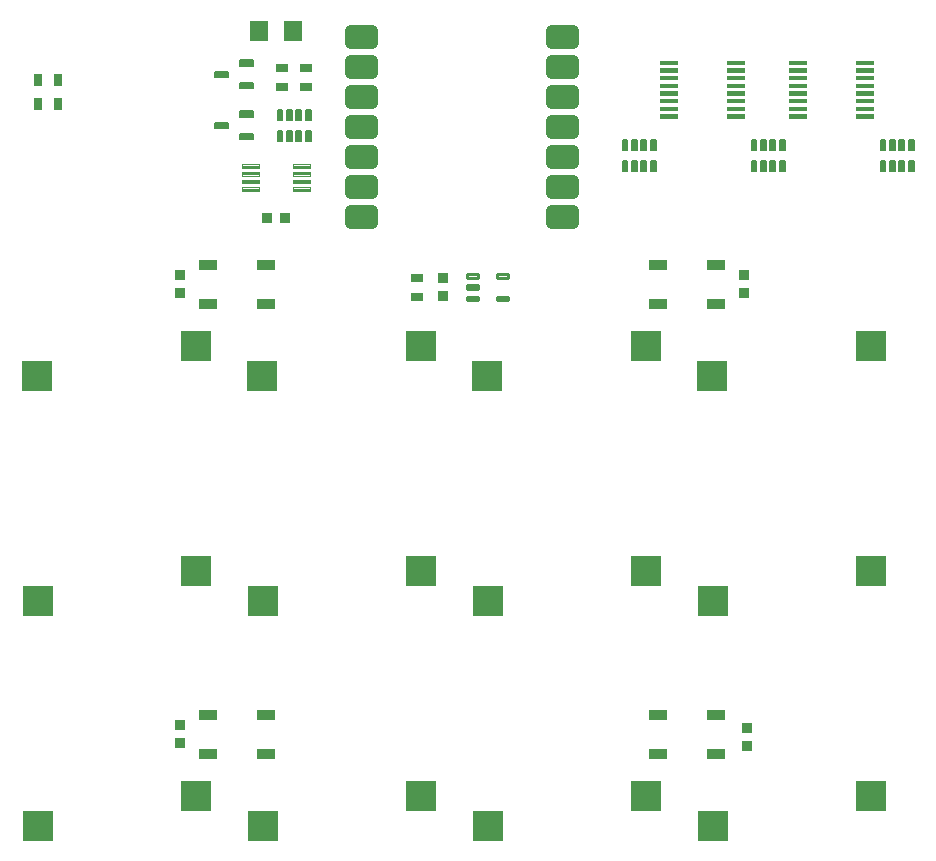
<source format=gbr>
G04 EAGLE Gerber RS-274X export*
G75*
%MOMM*%
%FSLAX34Y34*%
%LPD*%
%INSolderpaste Bottom*%
%IPPOS*%
%AMOC8*
5,1,8,0,0,1.08239X$1,22.5*%
G01*
G04 Define Apertures*
%ADD10R,0.970200X0.920900*%
%ADD11R,0.920900X0.970200*%
%ADD12R,1.500000X0.900000*%
%ADD13C,0.150000*%
%ADD14R,0.798700X0.973900*%
%ADD15R,0.973900X0.798700*%
%ADD16C,0.132500*%
%ADD17R,2.550000X2.500000*%
%ADD18C,1.000000*%
%ADD19C,0.095250*%
%ADD20C,0.104775*%
%ADD21C,0.295000*%
%ADD22R,1.600000X1.800000*%
D10*
X238760Y190374D03*
X238760Y205866D03*
X-238760Y205866D03*
X-238760Y190374D03*
X241300Y-193166D03*
X241300Y-177674D03*
X-238760Y-175134D03*
X-238760Y-190626D03*
D11*
X-165226Y254000D03*
X-149734Y254000D03*
D10*
X-16427Y203326D03*
X-16427Y187834D03*
D12*
X166000Y181620D03*
X166000Y214620D03*
X215000Y181620D03*
X215000Y214620D03*
X-215000Y181620D03*
X-215000Y214620D03*
X-166000Y181620D03*
X-166000Y214620D03*
X-215000Y-199380D03*
X-215000Y-166380D03*
X-166000Y-199380D03*
X-166000Y-166380D03*
X166000Y-199380D03*
X166000Y-166380D03*
X215000Y-199380D03*
X215000Y-166380D03*
D13*
X-177040Y387670D02*
X-187840Y387670D01*
X-177040Y387670D02*
X-177040Y383170D01*
X-187840Y383170D01*
X-187840Y387670D01*
X-187840Y384595D02*
X-177040Y384595D01*
X-177040Y386020D02*
X-187840Y386020D01*
X-187840Y387445D02*
X-177040Y387445D01*
X-198240Y378170D02*
X-209040Y378170D01*
X-198240Y378170D02*
X-198240Y373670D01*
X-209040Y373670D01*
X-209040Y378170D01*
X-209040Y375095D02*
X-198240Y375095D01*
X-198240Y376520D02*
X-209040Y376520D01*
X-209040Y377945D02*
X-198240Y377945D01*
X-187840Y368670D02*
X-177040Y368670D01*
X-177040Y364170D01*
X-187840Y364170D01*
X-187840Y368670D01*
X-187840Y365595D02*
X-177040Y365595D01*
X-177040Y367020D02*
X-187840Y367020D01*
X-187840Y368445D02*
X-177040Y368445D01*
X-177040Y344490D02*
X-187840Y344490D01*
X-177040Y344490D02*
X-177040Y339990D01*
X-187840Y339990D01*
X-187840Y344490D01*
X-187840Y341415D02*
X-177040Y341415D01*
X-177040Y342840D02*
X-187840Y342840D01*
X-187840Y344265D02*
X-177040Y344265D01*
X-198240Y334990D02*
X-209040Y334990D01*
X-198240Y334990D02*
X-198240Y330490D01*
X-209040Y330490D01*
X-209040Y334990D01*
X-209040Y331915D02*
X-198240Y331915D01*
X-198240Y333340D02*
X-209040Y333340D01*
X-209040Y334765D02*
X-198240Y334765D01*
X-187840Y325490D02*
X-177040Y325490D01*
X-177040Y320990D01*
X-187840Y320990D01*
X-187840Y325490D01*
X-187840Y322415D02*
X-177040Y322415D01*
X-177040Y323840D02*
X-187840Y323840D01*
X-187840Y325265D02*
X-177040Y325265D01*
D14*
X-342368Y370840D03*
X-358672Y370840D03*
X-342368Y350520D03*
X-358672Y350520D03*
D15*
X-152400Y365228D03*
X-152400Y381532D03*
X-132080Y365228D03*
X-132080Y381532D03*
D16*
X245092Y320278D02*
X245092Y311902D01*
X245092Y320278D02*
X249068Y320278D01*
X249068Y311902D01*
X245092Y311902D01*
X245092Y313161D02*
X249068Y313161D01*
X249068Y314420D02*
X245092Y314420D01*
X245092Y315679D02*
X249068Y315679D01*
X249068Y316938D02*
X245092Y316938D01*
X245092Y318197D02*
X249068Y318197D01*
X249068Y319456D02*
X245092Y319456D01*
X253092Y320278D02*
X253092Y311902D01*
X253092Y320278D02*
X257068Y320278D01*
X257068Y311902D01*
X253092Y311902D01*
X253092Y313161D02*
X257068Y313161D01*
X257068Y314420D02*
X253092Y314420D01*
X253092Y315679D02*
X257068Y315679D01*
X257068Y316938D02*
X253092Y316938D01*
X253092Y318197D02*
X257068Y318197D01*
X257068Y319456D02*
X253092Y319456D01*
X261092Y320278D02*
X261092Y311902D01*
X261092Y320278D02*
X265068Y320278D01*
X265068Y311902D01*
X261092Y311902D01*
X261092Y313161D02*
X265068Y313161D01*
X265068Y314420D02*
X261092Y314420D01*
X261092Y315679D02*
X265068Y315679D01*
X265068Y316938D02*
X261092Y316938D01*
X261092Y318197D02*
X265068Y318197D01*
X265068Y319456D02*
X261092Y319456D01*
X269092Y320278D02*
X269092Y311902D01*
X269092Y320278D02*
X273068Y320278D01*
X273068Y311902D01*
X269092Y311902D01*
X269092Y313161D02*
X273068Y313161D01*
X273068Y314420D02*
X269092Y314420D01*
X269092Y315679D02*
X273068Y315679D01*
X273068Y316938D02*
X269092Y316938D01*
X269092Y318197D02*
X273068Y318197D01*
X273068Y319456D02*
X269092Y319456D01*
X273068Y302778D02*
X273068Y294402D01*
X269092Y294402D01*
X269092Y302778D01*
X273068Y302778D01*
X273068Y295661D02*
X269092Y295661D01*
X269092Y296920D02*
X273068Y296920D01*
X273068Y298179D02*
X269092Y298179D01*
X269092Y299438D02*
X273068Y299438D01*
X273068Y300697D02*
X269092Y300697D01*
X269092Y301956D02*
X273068Y301956D01*
X265068Y302778D02*
X265068Y294402D01*
X261092Y294402D01*
X261092Y302778D01*
X265068Y302778D01*
X265068Y295661D02*
X261092Y295661D01*
X261092Y296920D02*
X265068Y296920D01*
X265068Y298179D02*
X261092Y298179D01*
X261092Y299438D02*
X265068Y299438D01*
X265068Y300697D02*
X261092Y300697D01*
X261092Y301956D02*
X265068Y301956D01*
X257068Y302778D02*
X257068Y294402D01*
X253092Y294402D01*
X253092Y302778D01*
X257068Y302778D01*
X257068Y295661D02*
X253092Y295661D01*
X253092Y296920D02*
X257068Y296920D01*
X257068Y298179D02*
X253092Y298179D01*
X253092Y299438D02*
X257068Y299438D01*
X257068Y300697D02*
X253092Y300697D01*
X253092Y301956D02*
X257068Y301956D01*
X249068Y302778D02*
X249068Y294402D01*
X245092Y294402D01*
X245092Y302778D01*
X249068Y302778D01*
X249068Y295661D02*
X245092Y295661D01*
X245092Y296920D02*
X249068Y296920D01*
X249068Y298179D02*
X245092Y298179D01*
X245092Y299438D02*
X249068Y299438D01*
X249068Y300697D02*
X245092Y300697D01*
X245092Y301956D02*
X249068Y301956D01*
X135872Y311902D02*
X135872Y320278D01*
X139848Y320278D01*
X139848Y311902D01*
X135872Y311902D01*
X135872Y313161D02*
X139848Y313161D01*
X139848Y314420D02*
X135872Y314420D01*
X135872Y315679D02*
X139848Y315679D01*
X139848Y316938D02*
X135872Y316938D01*
X135872Y318197D02*
X139848Y318197D01*
X139848Y319456D02*
X135872Y319456D01*
X143872Y320278D02*
X143872Y311902D01*
X143872Y320278D02*
X147848Y320278D01*
X147848Y311902D01*
X143872Y311902D01*
X143872Y313161D02*
X147848Y313161D01*
X147848Y314420D02*
X143872Y314420D01*
X143872Y315679D02*
X147848Y315679D01*
X147848Y316938D02*
X143872Y316938D01*
X143872Y318197D02*
X147848Y318197D01*
X147848Y319456D02*
X143872Y319456D01*
X151872Y320278D02*
X151872Y311902D01*
X151872Y320278D02*
X155848Y320278D01*
X155848Y311902D01*
X151872Y311902D01*
X151872Y313161D02*
X155848Y313161D01*
X155848Y314420D02*
X151872Y314420D01*
X151872Y315679D02*
X155848Y315679D01*
X155848Y316938D02*
X151872Y316938D01*
X151872Y318197D02*
X155848Y318197D01*
X155848Y319456D02*
X151872Y319456D01*
X159872Y320278D02*
X159872Y311902D01*
X159872Y320278D02*
X163848Y320278D01*
X163848Y311902D01*
X159872Y311902D01*
X159872Y313161D02*
X163848Y313161D01*
X163848Y314420D02*
X159872Y314420D01*
X159872Y315679D02*
X163848Y315679D01*
X163848Y316938D02*
X159872Y316938D01*
X159872Y318197D02*
X163848Y318197D01*
X163848Y319456D02*
X159872Y319456D01*
X163848Y302778D02*
X163848Y294402D01*
X159872Y294402D01*
X159872Y302778D01*
X163848Y302778D01*
X163848Y295661D02*
X159872Y295661D01*
X159872Y296920D02*
X163848Y296920D01*
X163848Y298179D02*
X159872Y298179D01*
X159872Y299438D02*
X163848Y299438D01*
X163848Y300697D02*
X159872Y300697D01*
X159872Y301956D02*
X163848Y301956D01*
X155848Y302778D02*
X155848Y294402D01*
X151872Y294402D01*
X151872Y302778D01*
X155848Y302778D01*
X155848Y295661D02*
X151872Y295661D01*
X151872Y296920D02*
X155848Y296920D01*
X155848Y298179D02*
X151872Y298179D01*
X151872Y299438D02*
X155848Y299438D01*
X155848Y300697D02*
X151872Y300697D01*
X151872Y301956D02*
X155848Y301956D01*
X147848Y302778D02*
X147848Y294402D01*
X143872Y294402D01*
X143872Y302778D01*
X147848Y302778D01*
X147848Y295661D02*
X143872Y295661D01*
X143872Y296920D02*
X147848Y296920D01*
X147848Y298179D02*
X143872Y298179D01*
X143872Y299438D02*
X147848Y299438D01*
X147848Y300697D02*
X143872Y300697D01*
X143872Y301956D02*
X147848Y301956D01*
X139848Y302778D02*
X139848Y294402D01*
X135872Y294402D01*
X135872Y302778D01*
X139848Y302778D01*
X139848Y295661D02*
X135872Y295661D01*
X135872Y296920D02*
X139848Y296920D01*
X139848Y298179D02*
X135872Y298179D01*
X135872Y299438D02*
X139848Y299438D01*
X139848Y300697D02*
X135872Y300697D01*
X135872Y301956D02*
X139848Y301956D01*
X354312Y311902D02*
X354312Y320278D01*
X358288Y320278D01*
X358288Y311902D01*
X354312Y311902D01*
X354312Y313161D02*
X358288Y313161D01*
X358288Y314420D02*
X354312Y314420D01*
X354312Y315679D02*
X358288Y315679D01*
X358288Y316938D02*
X354312Y316938D01*
X354312Y318197D02*
X358288Y318197D01*
X358288Y319456D02*
X354312Y319456D01*
X362312Y320278D02*
X362312Y311902D01*
X362312Y320278D02*
X366288Y320278D01*
X366288Y311902D01*
X362312Y311902D01*
X362312Y313161D02*
X366288Y313161D01*
X366288Y314420D02*
X362312Y314420D01*
X362312Y315679D02*
X366288Y315679D01*
X366288Y316938D02*
X362312Y316938D01*
X362312Y318197D02*
X366288Y318197D01*
X366288Y319456D02*
X362312Y319456D01*
X370312Y320278D02*
X370312Y311902D01*
X370312Y320278D02*
X374288Y320278D01*
X374288Y311902D01*
X370312Y311902D01*
X370312Y313161D02*
X374288Y313161D01*
X374288Y314420D02*
X370312Y314420D01*
X370312Y315679D02*
X374288Y315679D01*
X374288Y316938D02*
X370312Y316938D01*
X370312Y318197D02*
X374288Y318197D01*
X374288Y319456D02*
X370312Y319456D01*
X378312Y320278D02*
X378312Y311902D01*
X378312Y320278D02*
X382288Y320278D01*
X382288Y311902D01*
X378312Y311902D01*
X378312Y313161D02*
X382288Y313161D01*
X382288Y314420D02*
X378312Y314420D01*
X378312Y315679D02*
X382288Y315679D01*
X382288Y316938D02*
X378312Y316938D01*
X378312Y318197D02*
X382288Y318197D01*
X382288Y319456D02*
X378312Y319456D01*
X382288Y302778D02*
X382288Y294402D01*
X378312Y294402D01*
X378312Y302778D01*
X382288Y302778D01*
X382288Y295661D02*
X378312Y295661D01*
X378312Y296920D02*
X382288Y296920D01*
X382288Y298179D02*
X378312Y298179D01*
X378312Y299438D02*
X382288Y299438D01*
X382288Y300697D02*
X378312Y300697D01*
X378312Y301956D02*
X382288Y301956D01*
X374288Y302778D02*
X374288Y294402D01*
X370312Y294402D01*
X370312Y302778D01*
X374288Y302778D01*
X374288Y295661D02*
X370312Y295661D01*
X370312Y296920D02*
X374288Y296920D01*
X374288Y298179D02*
X370312Y298179D01*
X370312Y299438D02*
X374288Y299438D01*
X374288Y300697D02*
X370312Y300697D01*
X370312Y301956D02*
X374288Y301956D01*
X366288Y302778D02*
X366288Y294402D01*
X362312Y294402D01*
X362312Y302778D01*
X366288Y302778D01*
X366288Y295661D02*
X362312Y295661D01*
X362312Y296920D02*
X366288Y296920D01*
X366288Y298179D02*
X362312Y298179D01*
X362312Y299438D02*
X366288Y299438D01*
X366288Y300697D02*
X362312Y300697D01*
X362312Y301956D02*
X366288Y301956D01*
X358288Y302778D02*
X358288Y294402D01*
X354312Y294402D01*
X354312Y302778D01*
X358288Y302778D01*
X358288Y295661D02*
X354312Y295661D01*
X354312Y296920D02*
X358288Y296920D01*
X358288Y298179D02*
X354312Y298179D01*
X354312Y299438D02*
X358288Y299438D01*
X358288Y300697D02*
X354312Y300697D01*
X354312Y301956D02*
X358288Y301956D01*
X-128252Y319802D02*
X-128252Y328178D01*
X-128252Y319802D02*
X-132228Y319802D01*
X-132228Y328178D01*
X-128252Y328178D01*
X-128252Y321061D02*
X-132228Y321061D01*
X-132228Y322320D02*
X-128252Y322320D01*
X-128252Y323579D02*
X-132228Y323579D01*
X-132228Y324838D02*
X-128252Y324838D01*
X-128252Y326097D02*
X-132228Y326097D01*
X-132228Y327356D02*
X-128252Y327356D01*
X-136252Y328178D02*
X-136252Y319802D01*
X-140228Y319802D01*
X-140228Y328178D01*
X-136252Y328178D01*
X-136252Y321061D02*
X-140228Y321061D01*
X-140228Y322320D02*
X-136252Y322320D01*
X-136252Y323579D02*
X-140228Y323579D01*
X-140228Y324838D02*
X-136252Y324838D01*
X-136252Y326097D02*
X-140228Y326097D01*
X-140228Y327356D02*
X-136252Y327356D01*
X-144252Y328178D02*
X-144252Y319802D01*
X-148228Y319802D01*
X-148228Y328178D01*
X-144252Y328178D01*
X-144252Y321061D02*
X-148228Y321061D01*
X-148228Y322320D02*
X-144252Y322320D01*
X-144252Y323579D02*
X-148228Y323579D01*
X-148228Y324838D02*
X-144252Y324838D01*
X-144252Y326097D02*
X-148228Y326097D01*
X-148228Y327356D02*
X-144252Y327356D01*
X-152252Y328178D02*
X-152252Y319802D01*
X-156228Y319802D01*
X-156228Y328178D01*
X-152252Y328178D01*
X-152252Y321061D02*
X-156228Y321061D01*
X-156228Y322320D02*
X-152252Y322320D01*
X-152252Y323579D02*
X-156228Y323579D01*
X-156228Y324838D02*
X-152252Y324838D01*
X-152252Y326097D02*
X-156228Y326097D01*
X-156228Y327356D02*
X-152252Y327356D01*
X-156228Y337302D02*
X-156228Y345678D01*
X-152252Y345678D01*
X-152252Y337302D01*
X-156228Y337302D01*
X-156228Y338561D02*
X-152252Y338561D01*
X-152252Y339820D02*
X-156228Y339820D01*
X-156228Y341079D02*
X-152252Y341079D01*
X-152252Y342338D02*
X-156228Y342338D01*
X-156228Y343597D02*
X-152252Y343597D01*
X-152252Y344856D02*
X-156228Y344856D01*
X-148228Y345678D02*
X-148228Y337302D01*
X-148228Y345678D02*
X-144252Y345678D01*
X-144252Y337302D01*
X-148228Y337302D01*
X-148228Y338561D02*
X-144252Y338561D01*
X-144252Y339820D02*
X-148228Y339820D01*
X-148228Y341079D02*
X-144252Y341079D01*
X-144252Y342338D02*
X-148228Y342338D01*
X-148228Y343597D02*
X-144252Y343597D01*
X-144252Y344856D02*
X-148228Y344856D01*
X-140228Y345678D02*
X-140228Y337302D01*
X-140228Y345678D02*
X-136252Y345678D01*
X-136252Y337302D01*
X-140228Y337302D01*
X-140228Y338561D02*
X-136252Y338561D01*
X-136252Y339820D02*
X-140228Y339820D01*
X-140228Y341079D02*
X-136252Y341079D01*
X-136252Y342338D02*
X-140228Y342338D01*
X-140228Y343597D02*
X-136252Y343597D01*
X-136252Y344856D02*
X-140228Y344856D01*
X-132228Y345678D02*
X-132228Y337302D01*
X-132228Y345678D02*
X-128252Y345678D01*
X-128252Y337302D01*
X-132228Y337302D01*
X-132228Y338561D02*
X-128252Y338561D01*
X-128252Y339820D02*
X-132228Y339820D01*
X-132228Y341079D02*
X-128252Y341079D01*
X-128252Y342338D02*
X-132228Y342338D01*
X-132228Y343597D02*
X-128252Y343597D01*
X-128252Y344856D02*
X-132228Y344856D01*
D17*
X-359350Y-260350D03*
X-224850Y-234950D03*
X-169050Y120650D03*
X-34550Y146050D03*
X21450Y120650D03*
X155950Y146050D03*
X211950Y120650D03*
X346450Y146050D03*
X-168850Y-260350D03*
X-34350Y-234950D03*
X21650Y-260350D03*
X156150Y-234950D03*
X212150Y-260350D03*
X346650Y-234950D03*
X-359350Y-69850D03*
X-224850Y-44450D03*
X-168850Y-69850D03*
X-34350Y-44450D03*
X21650Y-69850D03*
X156150Y-44450D03*
X212150Y-69850D03*
X346650Y-44450D03*
X-359550Y120650D03*
X-225050Y146050D03*
D18*
X76218Y259800D02*
X93718Y259800D01*
X93718Y249800D01*
X76218Y249800D01*
X76218Y259800D01*
X76218Y259300D02*
X93718Y259300D01*
X93718Y285200D02*
X76218Y285200D01*
X93718Y285200D02*
X93718Y275200D01*
X76218Y275200D01*
X76218Y285200D01*
X76218Y284700D02*
X93718Y284700D01*
X93718Y310600D02*
X76218Y310600D01*
X93718Y310600D02*
X93718Y300600D01*
X76218Y300600D01*
X76218Y310600D01*
X76218Y310100D02*
X93718Y310100D01*
X93718Y336000D02*
X76218Y336000D01*
X93718Y336000D02*
X93718Y326000D01*
X76218Y326000D01*
X76218Y336000D01*
X76218Y335500D02*
X93718Y335500D01*
X93718Y361400D02*
X76218Y361400D01*
X93718Y361400D02*
X93718Y351400D01*
X76218Y351400D01*
X76218Y361400D01*
X76218Y360900D02*
X93718Y360900D01*
X93718Y386800D02*
X76218Y386800D01*
X93718Y386800D02*
X93718Y376800D01*
X76218Y376800D01*
X76218Y386800D01*
X76218Y386300D02*
X93718Y386300D01*
X93718Y412200D02*
X76218Y412200D01*
X93718Y412200D02*
X93718Y402200D01*
X76218Y402200D01*
X76218Y412200D01*
X76218Y411700D02*
X93718Y411700D01*
X-76568Y259800D02*
X-94068Y259800D01*
X-76568Y259800D02*
X-76568Y249800D01*
X-94068Y249800D01*
X-94068Y259800D01*
X-94068Y259300D02*
X-76568Y259300D01*
X-76568Y285200D02*
X-94068Y285200D01*
X-76568Y285200D02*
X-76568Y275200D01*
X-94068Y275200D01*
X-94068Y285200D01*
X-94068Y284700D02*
X-76568Y284700D01*
X-76568Y310600D02*
X-94068Y310600D01*
X-76568Y310600D02*
X-76568Y300600D01*
X-94068Y300600D01*
X-94068Y310600D01*
X-94068Y310100D02*
X-76568Y310100D01*
X-76568Y336000D02*
X-94068Y336000D01*
X-76568Y336000D02*
X-76568Y326000D01*
X-94068Y326000D01*
X-94068Y336000D01*
X-94068Y335500D02*
X-76568Y335500D01*
X-76568Y361400D02*
X-94068Y361400D01*
X-76568Y361400D02*
X-76568Y351400D01*
X-94068Y351400D01*
X-94068Y361400D01*
X-94068Y360900D02*
X-76568Y360900D01*
X-76568Y386800D02*
X-94068Y386800D01*
X-76568Y386800D02*
X-76568Y376800D01*
X-94068Y376800D01*
X-94068Y386800D01*
X-94068Y386300D02*
X-76568Y386300D01*
X-76568Y412200D02*
X-94068Y412200D01*
X-76568Y412200D02*
X-76568Y402200D01*
X-94068Y402200D01*
X-94068Y412200D01*
X-94068Y411700D02*
X-76568Y411700D01*
D19*
X224756Y387399D02*
X239044Y387399D01*
X239044Y384541D01*
X224756Y384541D01*
X224756Y387399D01*
X224756Y385446D02*
X239044Y385446D01*
X239044Y386351D02*
X224756Y386351D01*
X224756Y387256D02*
X239044Y387256D01*
X239044Y380899D02*
X224756Y380899D01*
X239044Y380899D02*
X239044Y378041D01*
X224756Y378041D01*
X224756Y380899D01*
X224756Y378946D02*
X239044Y378946D01*
X239044Y379851D02*
X224756Y379851D01*
X224756Y380756D02*
X239044Y380756D01*
X239044Y374399D02*
X224756Y374399D01*
X239044Y374399D02*
X239044Y371541D01*
X224756Y371541D01*
X224756Y374399D01*
X224756Y372446D02*
X239044Y372446D01*
X239044Y373351D02*
X224756Y373351D01*
X224756Y374256D02*
X239044Y374256D01*
X239044Y367899D02*
X224756Y367899D01*
X239044Y367899D02*
X239044Y365041D01*
X224756Y365041D01*
X224756Y367899D01*
X224756Y365946D02*
X239044Y365946D01*
X239044Y366851D02*
X224756Y366851D01*
X224756Y367756D02*
X239044Y367756D01*
X239044Y361399D02*
X224756Y361399D01*
X239044Y361399D02*
X239044Y358541D01*
X224756Y358541D01*
X224756Y361399D01*
X224756Y359446D02*
X239044Y359446D01*
X239044Y360351D02*
X224756Y360351D01*
X224756Y361256D02*
X239044Y361256D01*
X239044Y354899D02*
X224756Y354899D01*
X239044Y354899D02*
X239044Y352041D01*
X224756Y352041D01*
X224756Y354899D01*
X224756Y352946D02*
X239044Y352946D01*
X239044Y353851D02*
X224756Y353851D01*
X224756Y354756D02*
X239044Y354756D01*
X239044Y348399D02*
X224756Y348399D01*
X239044Y348399D02*
X239044Y345541D01*
X224756Y345541D01*
X224756Y348399D01*
X224756Y346446D02*
X239044Y346446D01*
X239044Y347351D02*
X224756Y347351D01*
X224756Y348256D02*
X239044Y348256D01*
X239044Y341899D02*
X224756Y341899D01*
X239044Y341899D02*
X239044Y339041D01*
X224756Y339041D01*
X224756Y341899D01*
X224756Y339946D02*
X239044Y339946D01*
X239044Y340851D02*
X224756Y340851D01*
X224756Y341756D02*
X239044Y341756D01*
X181644Y341899D02*
X167356Y341899D01*
X181644Y341899D02*
X181644Y339041D01*
X167356Y339041D01*
X167356Y341899D01*
X167356Y339946D02*
X181644Y339946D01*
X181644Y340851D02*
X167356Y340851D01*
X167356Y341756D02*
X181644Y341756D01*
X181644Y348399D02*
X167356Y348399D01*
X181644Y348399D02*
X181644Y345541D01*
X167356Y345541D01*
X167356Y348399D01*
X167356Y346446D02*
X181644Y346446D01*
X181644Y347351D02*
X167356Y347351D01*
X167356Y348256D02*
X181644Y348256D01*
X181644Y354899D02*
X167356Y354899D01*
X181644Y354899D02*
X181644Y352041D01*
X167356Y352041D01*
X167356Y354899D01*
X167356Y352946D02*
X181644Y352946D01*
X181644Y353851D02*
X167356Y353851D01*
X167356Y354756D02*
X181644Y354756D01*
X181644Y361399D02*
X167356Y361399D01*
X181644Y361399D02*
X181644Y358541D01*
X167356Y358541D01*
X167356Y361399D01*
X167356Y359446D02*
X181644Y359446D01*
X181644Y360351D02*
X167356Y360351D01*
X167356Y361256D02*
X181644Y361256D01*
X181644Y367899D02*
X167356Y367899D01*
X181644Y367899D02*
X181644Y365041D01*
X167356Y365041D01*
X167356Y367899D01*
X167356Y365946D02*
X181644Y365946D01*
X181644Y366851D02*
X167356Y366851D01*
X167356Y367756D02*
X181644Y367756D01*
X181644Y374399D02*
X167356Y374399D01*
X181644Y374399D02*
X181644Y371541D01*
X167356Y371541D01*
X167356Y374399D01*
X167356Y372446D02*
X181644Y372446D01*
X181644Y373351D02*
X167356Y373351D01*
X167356Y374256D02*
X181644Y374256D01*
X181644Y380899D02*
X167356Y380899D01*
X181644Y380899D02*
X181644Y378041D01*
X167356Y378041D01*
X167356Y380899D01*
X167356Y378946D02*
X181644Y378946D01*
X181644Y379851D02*
X167356Y379851D01*
X167356Y380756D02*
X181644Y380756D01*
X181644Y387399D02*
X167356Y387399D01*
X181644Y387399D02*
X181644Y384541D01*
X167356Y384541D01*
X167356Y387399D01*
X167356Y385446D02*
X181644Y385446D01*
X181644Y386351D02*
X167356Y386351D01*
X167356Y387256D02*
X181644Y387256D01*
X333976Y387399D02*
X348264Y387399D01*
X348264Y384541D01*
X333976Y384541D01*
X333976Y387399D01*
X333976Y385446D02*
X348264Y385446D01*
X348264Y386351D02*
X333976Y386351D01*
X333976Y387256D02*
X348264Y387256D01*
X348264Y380899D02*
X333976Y380899D01*
X348264Y380899D02*
X348264Y378041D01*
X333976Y378041D01*
X333976Y380899D01*
X333976Y378946D02*
X348264Y378946D01*
X348264Y379851D02*
X333976Y379851D01*
X333976Y380756D02*
X348264Y380756D01*
X348264Y374399D02*
X333976Y374399D01*
X348264Y374399D02*
X348264Y371541D01*
X333976Y371541D01*
X333976Y374399D01*
X333976Y372446D02*
X348264Y372446D01*
X348264Y373351D02*
X333976Y373351D01*
X333976Y374256D02*
X348264Y374256D01*
X348264Y367899D02*
X333976Y367899D01*
X348264Y367899D02*
X348264Y365041D01*
X333976Y365041D01*
X333976Y367899D01*
X333976Y365946D02*
X348264Y365946D01*
X348264Y366851D02*
X333976Y366851D01*
X333976Y367756D02*
X348264Y367756D01*
X348264Y361399D02*
X333976Y361399D01*
X348264Y361399D02*
X348264Y358541D01*
X333976Y358541D01*
X333976Y361399D01*
X333976Y359446D02*
X348264Y359446D01*
X348264Y360351D02*
X333976Y360351D01*
X333976Y361256D02*
X348264Y361256D01*
X348264Y354899D02*
X333976Y354899D01*
X348264Y354899D02*
X348264Y352041D01*
X333976Y352041D01*
X333976Y354899D01*
X333976Y352946D02*
X348264Y352946D01*
X348264Y353851D02*
X333976Y353851D01*
X333976Y354756D02*
X348264Y354756D01*
X348264Y348399D02*
X333976Y348399D01*
X348264Y348399D02*
X348264Y345541D01*
X333976Y345541D01*
X333976Y348399D01*
X333976Y346446D02*
X348264Y346446D01*
X348264Y347351D02*
X333976Y347351D01*
X333976Y348256D02*
X348264Y348256D01*
X348264Y341899D02*
X333976Y341899D01*
X348264Y341899D02*
X348264Y339041D01*
X333976Y339041D01*
X333976Y341899D01*
X333976Y339946D02*
X348264Y339946D01*
X348264Y340851D02*
X333976Y340851D01*
X333976Y341756D02*
X348264Y341756D01*
X290864Y341899D02*
X276576Y341899D01*
X290864Y341899D02*
X290864Y339041D01*
X276576Y339041D01*
X276576Y341899D01*
X276576Y339946D02*
X290864Y339946D01*
X290864Y340851D02*
X276576Y340851D01*
X276576Y341756D02*
X290864Y341756D01*
X290864Y348399D02*
X276576Y348399D01*
X290864Y348399D02*
X290864Y345541D01*
X276576Y345541D01*
X276576Y348399D01*
X276576Y346446D02*
X290864Y346446D01*
X290864Y347351D02*
X276576Y347351D01*
X276576Y348256D02*
X290864Y348256D01*
X290864Y354899D02*
X276576Y354899D01*
X290864Y354899D02*
X290864Y352041D01*
X276576Y352041D01*
X276576Y354899D01*
X276576Y352946D02*
X290864Y352946D01*
X290864Y353851D02*
X276576Y353851D01*
X276576Y354756D02*
X290864Y354756D01*
X290864Y361399D02*
X276576Y361399D01*
X290864Y361399D02*
X290864Y358541D01*
X276576Y358541D01*
X276576Y361399D01*
X276576Y359446D02*
X290864Y359446D01*
X290864Y360351D02*
X276576Y360351D01*
X276576Y361256D02*
X290864Y361256D01*
X290864Y367899D02*
X276576Y367899D01*
X290864Y367899D02*
X290864Y365041D01*
X276576Y365041D01*
X276576Y367899D01*
X276576Y365946D02*
X290864Y365946D01*
X290864Y366851D02*
X276576Y366851D01*
X276576Y367756D02*
X290864Y367756D01*
X290864Y374399D02*
X276576Y374399D01*
X290864Y374399D02*
X290864Y371541D01*
X276576Y371541D01*
X276576Y374399D01*
X276576Y372446D02*
X290864Y372446D01*
X290864Y373351D02*
X276576Y373351D01*
X276576Y374256D02*
X290864Y374256D01*
X290864Y380899D02*
X276576Y380899D01*
X290864Y380899D02*
X290864Y378041D01*
X276576Y378041D01*
X276576Y380899D01*
X276576Y378946D02*
X290864Y378946D01*
X290864Y379851D02*
X276576Y379851D01*
X276576Y380756D02*
X290864Y380756D01*
X290864Y387399D02*
X276576Y387399D01*
X290864Y387399D02*
X290864Y384541D01*
X276576Y384541D01*
X276576Y387399D01*
X276576Y385446D02*
X290864Y385446D01*
X290864Y386351D02*
X276576Y386351D01*
X276576Y387256D02*
X290864Y387256D01*
D20*
X-171884Y277106D02*
X-186076Y277106D01*
X-186076Y280248D01*
X-171884Y280248D01*
X-171884Y277106D01*
X-171884Y278102D02*
X-186076Y278102D01*
X-186076Y279098D02*
X-171884Y279098D01*
X-171884Y280094D02*
X-186076Y280094D01*
X-186076Y283606D02*
X-171884Y283606D01*
X-186076Y283606D02*
X-186076Y286748D01*
X-171884Y286748D01*
X-171884Y283606D01*
X-171884Y284602D02*
X-186076Y284602D01*
X-186076Y285598D02*
X-171884Y285598D01*
X-171884Y286594D02*
X-186076Y286594D01*
X-186076Y290106D02*
X-171884Y290106D01*
X-186076Y290106D02*
X-186076Y293248D01*
X-171884Y293248D01*
X-171884Y290106D01*
X-171884Y291102D02*
X-186076Y291102D01*
X-186076Y292098D02*
X-171884Y292098D01*
X-171884Y293094D02*
X-186076Y293094D01*
X-186076Y296606D02*
X-171884Y296606D01*
X-186076Y296606D02*
X-186076Y299748D01*
X-171884Y299748D01*
X-171884Y296606D01*
X-171884Y297602D02*
X-186076Y297602D01*
X-186076Y298598D02*
X-171884Y298598D01*
X-171884Y299594D02*
X-186076Y299594D01*
X-143076Y296606D02*
X-128884Y296606D01*
X-143076Y296606D02*
X-143076Y299748D01*
X-128884Y299748D01*
X-128884Y296606D01*
X-128884Y297602D02*
X-143076Y297602D01*
X-143076Y298598D02*
X-128884Y298598D01*
X-128884Y299594D02*
X-143076Y299594D01*
X-143076Y290106D02*
X-128884Y290106D01*
X-143076Y290106D02*
X-143076Y293248D01*
X-128884Y293248D01*
X-128884Y290106D01*
X-128884Y291102D02*
X-143076Y291102D01*
X-143076Y292098D02*
X-128884Y292098D01*
X-128884Y293094D02*
X-143076Y293094D01*
X-143076Y283606D02*
X-128884Y283606D01*
X-143076Y283606D02*
X-143076Y286748D01*
X-128884Y286748D01*
X-128884Y283606D01*
X-128884Y284602D02*
X-143076Y284602D01*
X-143076Y285598D02*
X-128884Y285598D01*
X-128884Y286594D02*
X-143076Y286594D01*
X-143076Y277106D02*
X-128884Y277106D01*
X-143076Y277106D02*
X-143076Y280248D01*
X-128884Y280248D01*
X-128884Y277106D01*
X-128884Y278102D02*
X-143076Y278102D01*
X-143076Y279098D02*
X-128884Y279098D01*
X-128884Y280094D02*
X-143076Y280094D01*
D21*
X4465Y184605D02*
X13615Y184605D01*
X4465Y184605D02*
X4465Y187555D01*
X13615Y187555D01*
X13615Y184605D01*
X13615Y187407D02*
X4465Y187407D01*
X4465Y194105D02*
X13615Y194105D01*
X4465Y194105D02*
X4465Y197055D01*
X13615Y197055D01*
X13615Y194105D01*
X13615Y196907D02*
X4465Y196907D01*
X4465Y203605D02*
X13615Y203605D01*
X4465Y203605D02*
X4465Y206555D01*
X13615Y206555D01*
X13615Y203605D01*
X13615Y206407D02*
X4465Y206407D01*
X29565Y203605D02*
X38715Y203605D01*
X29565Y203605D02*
X29565Y206555D01*
X38715Y206555D01*
X38715Y203605D01*
X38715Y206407D02*
X29565Y206407D01*
X29565Y184605D02*
X38715Y184605D01*
X29565Y184605D02*
X29565Y187555D01*
X38715Y187555D01*
X38715Y184605D01*
X38715Y187407D02*
X29565Y187407D01*
D22*
X-143480Y412750D03*
X-171480Y412750D03*
D15*
X-38100Y203732D03*
X-38100Y187428D03*
M02*

</source>
